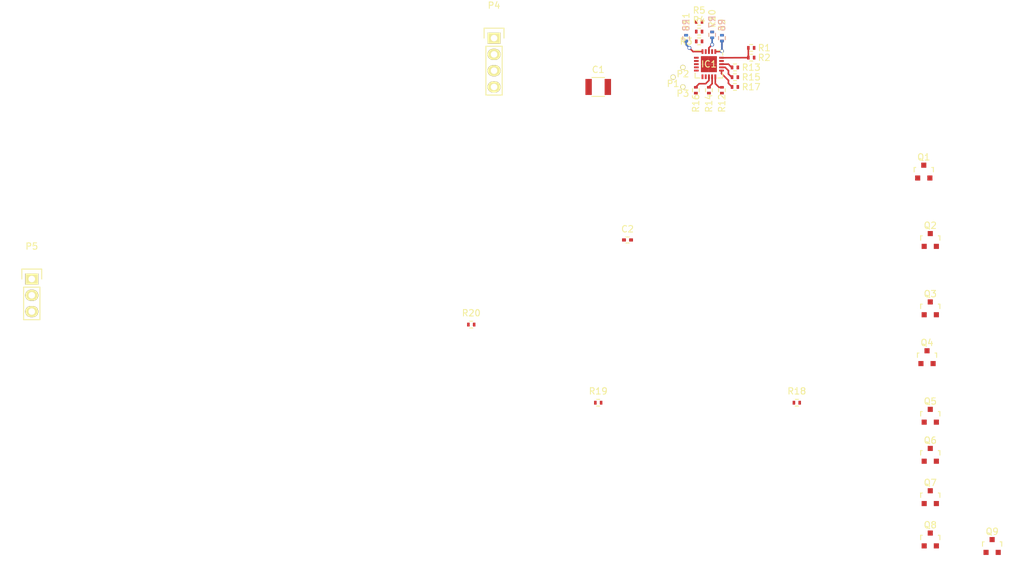
<source format=kicad_pcb>
(kicad_pcb (version 4) (host pcbnew 0.201505300414+5690~23~ubuntu14.04.1-product)

  (general
    (links 72)
    (no_connects 58)
    (area 0 0 0 0)
    (thickness 1.6)
    (drawings 0)
    (tracks 45)
    (zones 0)
    (modules 37)
    (nets 34)
  )

  (page A4)
  (layers
    (0 F.Cu signal)
    (31 B.Cu signal)
    (32 B.Adhes user)
    (33 F.Adhes user)
    (34 B.Paste user)
    (35 F.Paste user)
    (36 B.SilkS user)
    (37 F.SilkS user)
    (38 B.Mask user)
    (39 F.Mask user)
    (40 Dwgs.User user)
    (41 Cmts.User user)
    (42 Eco1.User user)
    (43 Eco2.User user)
    (44 Edge.Cuts user)
    (45 Margin user)
    (46 B.CrtYd user)
    (47 F.CrtYd user)
    (48 B.Fab user)
    (49 F.Fab user)
  )

  (setup
    (last_trace_width 0.25)
    (trace_clearance 0.2)
    (zone_clearance 0.508)
    (zone_45_only no)
    (trace_min 0.2)
    (segment_width 0.2)
    (edge_width 0.1)
    (via_size 0.6)
    (via_drill 0.4)
    (via_min_size 0.4)
    (via_min_drill 0.3)
    (uvia_size 0.3)
    (uvia_drill 0.1)
    (uvias_allowed no)
    (uvia_min_size 0.2)
    (uvia_min_drill 0.1)
    (pcb_text_width 0.3)
    (pcb_text_size 1.5 1.5)
    (mod_edge_width 0.15)
    (mod_text_size 1 1)
    (mod_text_width 0.15)
    (pad_size 1.5 1.5)
    (pad_drill 0.6)
    (pad_to_mask_clearance 0)
    (aux_axis_origin 0 0)
    (visible_elements FFFFFF7F)
    (pcbplotparams
      (layerselection 0x00030_80000001)
      (usegerberextensions false)
      (excludeedgelayer true)
      (linewidth 0.100000)
      (plotframeref false)
      (viasonmask false)
      (mode 1)
      (useauxorigin false)
      (hpglpennumber 1)
      (hpglpenspeed 20)
      (hpglpendiameter 15)
      (hpglpenoverlay 2)
      (psnegative false)
      (psa4output false)
      (plotreference true)
      (plotvalue true)
      (plotinvisibletext false)
      (padsonsilk false)
      (subtractmaskfromsilk false)
      (outputformat 1)
      (mirror false)
      (drillshape 1)
      (scaleselection 1)
      (outputdirectory ""))
  )

  (net 0 "")
  (net 1 VCC)
  (net 2 GND)
  (net 3 +3V3)
  (net 4 "Net-(IC1-Pad1)")
  (net 5 "Net-(IC1-Pad4)")
  (net 6 "Net-(IC1-Pad5)")
  (net 7 "Net-(IC1-Pad6)")
  (net 8 "Net-(IC1-Pad7)")
  (net 9 "Net-(IC1-Pad8)")
  (net 10 "Net-(IC1-Pad9)")
  (net 11 "Net-(IC1-Pad10)")
  (net 12 "Net-(IC1-Pad11)")
  (net 13 "Net-(IC1-Pad12)")
  (net 14 "Net-(IC1-Pad13)")
  (net 15 /PWM_IN)
  (net 16 "Net-(IC1-Pad15)")
  (net 17 "Net-(IC1-Pad16)")
  (net 18 "Net-(IC1-Pad17)")
  (net 19 "Net-(IC1-Pad18)")
  (net 20 "Net-(IC1-Pad19)")
  (net 21 "Net-(IC1-Pad20)")
  (net 22 "Net-(Q1-Pad2)")
  (net 23 "Net-(Q1-Pad3)")
  (net 24 "Net-(Q2-Pad2)")
  (net 25 "Net-(Q2-Pad3)")
  (net 26 "Net-(Q3-Pad2)")
  (net 27 "Net-(Q3-Pad3)")
  (net 28 "Net-(P5-Pad1)")
  (net 29 "Net-(Q5-Pad1)")
  (net 30 "Net-(P5-Pad2)")
  (net 31 "Net-(Q7-Pad1)")
  (net 32 "Net-(P5-Pad3)")
  (net 33 "Net-(Q9-Pad1)")

  (net_class Default "This is the default net class."
    (clearance 0.2)
    (trace_width 0.25)
    (via_dia 0.6)
    (via_drill 0.4)
    (uvia_dia 0.3)
    (uvia_drill 0.1)
    (add_net +3V3)
    (add_net /PWM_IN)
    (add_net GND)
    (add_net "Net-(IC1-Pad1)")
    (add_net "Net-(IC1-Pad10)")
    (add_net "Net-(IC1-Pad11)")
    (add_net "Net-(IC1-Pad12)")
    (add_net "Net-(IC1-Pad13)")
    (add_net "Net-(IC1-Pad15)")
    (add_net "Net-(IC1-Pad16)")
    (add_net "Net-(IC1-Pad17)")
    (add_net "Net-(IC1-Pad18)")
    (add_net "Net-(IC1-Pad19)")
    (add_net "Net-(IC1-Pad20)")
    (add_net "Net-(IC1-Pad4)")
    (add_net "Net-(IC1-Pad5)")
    (add_net "Net-(IC1-Pad6)")
    (add_net "Net-(IC1-Pad7)")
    (add_net "Net-(IC1-Pad8)")
    (add_net "Net-(IC1-Pad9)")
    (add_net "Net-(P5-Pad1)")
    (add_net "Net-(P5-Pad2)")
    (add_net "Net-(P5-Pad3)")
    (add_net "Net-(Q1-Pad2)")
    (add_net "Net-(Q1-Pad3)")
    (add_net "Net-(Q2-Pad2)")
    (add_net "Net-(Q2-Pad3)")
    (add_net "Net-(Q3-Pad2)")
    (add_net "Net-(Q3-Pad3)")
    (add_net "Net-(Q5-Pad1)")
    (add_net "Net-(Q7-Pad1)")
    (add_net "Net-(Q9-Pad1)")
    (add_net VCC)
  )

  (module Capacitors_SMD:C_1210 (layer F.Cu) (tedit 5415D85D) (tstamp 558A37B6)
    (at 130.556 87.376)
    (descr "Capacitor SMD 1210, reflow soldering, AVX (see smccp.pdf)")
    (tags "capacitor 1210")
    (path /558A1CD7)
    (attr smd)
    (fp_text reference C1 (at 0 -2.7) (layer F.SilkS)
      (effects (font (size 1 1) (thickness 0.15)))
    )
    (fp_text value 47u (at 0 2.7) (layer F.Fab)
      (effects (font (size 1 1) (thickness 0.15)))
    )
    (fp_line (start -2.3 -1.6) (end 2.3 -1.6) (layer F.CrtYd) (width 0.05))
    (fp_line (start -2.3 1.6) (end 2.3 1.6) (layer F.CrtYd) (width 0.05))
    (fp_line (start -2.3 -1.6) (end -2.3 1.6) (layer F.CrtYd) (width 0.05))
    (fp_line (start 2.3 -1.6) (end 2.3 1.6) (layer F.CrtYd) (width 0.05))
    (fp_line (start 1 -1.475) (end -1 -1.475) (layer F.SilkS) (width 0.15))
    (fp_line (start -1 1.475) (end 1 1.475) (layer F.SilkS) (width 0.15))
    (pad 1 smd rect (at -1.5 0) (size 1 2.5) (layers F.Cu F.Paste F.Mask)
      (net 1 VCC))
    (pad 2 smd rect (at 1.5 0) (size 1 2.5) (layers F.Cu F.Paste F.Mask)
      (net 2 GND))
    (model Capacitors_SMD.3dshapes/C_1210.wrl
      (at (xyz 0 0 0))
      (scale (xyz 1 1 1))
      (rotate (xyz 0 0 0))
    )
  )

  (module Capacitors_SMD:C_0402 (layer F.Cu) (tedit 5415D599) (tstamp 558A37C2)
    (at 135.128 111.252)
    (descr "Capacitor SMD 0402, reflow soldering, AVX (see smccp.pdf)")
    (tags "capacitor 0402")
    (path /55893184)
    (attr smd)
    (fp_text reference C2 (at 0 -1.7) (layer F.SilkS)
      (effects (font (size 1 1) (thickness 0.15)))
    )
    (fp_text value 100n (at 0 1.7) (layer F.Fab)
      (effects (font (size 1 1) (thickness 0.15)))
    )
    (fp_line (start -1.15 -0.6) (end 1.15 -0.6) (layer F.CrtYd) (width 0.05))
    (fp_line (start -1.15 0.6) (end 1.15 0.6) (layer F.CrtYd) (width 0.05))
    (fp_line (start -1.15 -0.6) (end -1.15 0.6) (layer F.CrtYd) (width 0.05))
    (fp_line (start 1.15 -0.6) (end 1.15 0.6) (layer F.CrtYd) (width 0.05))
    (fp_line (start 0.25 -0.475) (end -0.25 -0.475) (layer F.SilkS) (width 0.15))
    (fp_line (start -0.25 0.475) (end 0.25 0.475) (layer F.SilkS) (width 0.15))
    (pad 1 smd rect (at -0.55 0) (size 0.6 0.5) (layers F.Cu F.Paste F.Mask)
      (net 3 +3V3))
    (pad 2 smd rect (at 0.55 0) (size 0.6 0.5) (layers F.Cu F.Paste F.Mask)
      (net 2 GND))
    (model Capacitors_SMD.3dshapes/C_0402.wrl
      (at (xyz 0 0 0))
      (scale (xyz 1 1 1))
      (rotate (xyz 0 0 0))
    )
  )

  (module Housings_DFN_QFN:QFN-20-1EP_4x4mm_Pitch0.5mm (layer F.Cu) (tedit 558A3A28) (tstamp 558A37E9)
    (at 147.828 83.82)
    (descr "20-Lead Plastic Quad Flat, No Lead Package (ML) - 4x4x0.9 mm Body [QFN]; (see Microchip Packaging Specification 00000049BS.pdf)")
    (tags "QFN 0.5")
    (path /55887407)
    (attr smd)
    (fp_text reference IC1 (at 0 0) (layer F.SilkS)
      (effects (font (size 1 1) (thickness 0.15)))
    )
    (fp_text value C8051F330/1 (at 0 3.33) (layer F.Fab) hide
      (effects (font (size 1 1) (thickness 0.15)))
    )
    (fp_line (start -2.6 -2.6) (end -2.6 2.6) (layer F.CrtYd) (width 0.05))
    (fp_line (start 2.6 -2.6) (end 2.6 2.6) (layer F.CrtYd) (width 0.05))
    (fp_line (start -2.6 -2.6) (end 2.6 -2.6) (layer F.CrtYd) (width 0.05))
    (fp_line (start -2.6 2.6) (end 2.6 2.6) (layer F.CrtYd) (width 0.05))
    (fp_line (start 2.15 -2.15) (end 2.15 -1.375) (layer F.SilkS) (width 0.15))
    (fp_line (start -2.15 2.15) (end -2.15 1.375) (layer F.SilkS) (width 0.15))
    (fp_line (start 2.15 2.15) (end 2.15 1.375) (layer F.SilkS) (width 0.15))
    (fp_line (start -2.15 -2.15) (end -1.375 -2.15) (layer F.SilkS) (width 0.15))
    (fp_line (start -2.15 2.15) (end -1.375 2.15) (layer F.SilkS) (width 0.15))
    (fp_line (start 2.15 2.15) (end 1.375 2.15) (layer F.SilkS) (width 0.15))
    (fp_line (start 2.15 -2.15) (end 1.375 -2.15) (layer F.SilkS) (width 0.15))
    (pad 1 smd rect (at -1.965 -1) (size 0.73 0.3) (layers F.Cu F.Paste F.Mask)
      (net 4 "Net-(IC1-Pad1)"))
    (pad 2 smd rect (at -1.965 -0.5) (size 0.73 0.3) (layers F.Cu F.Paste F.Mask)
      (net 2 GND))
    (pad 3 smd rect (at -1.965 0) (size 0.73 0.3) (layers F.Cu F.Paste F.Mask)
      (net 3 +3V3))
    (pad 4 smd rect (at -1.965 0.5) (size 0.73 0.3) (layers F.Cu F.Paste F.Mask)
      (net 5 "Net-(IC1-Pad4)"))
    (pad 5 smd rect (at -1.965 1) (size 0.73 0.3) (layers F.Cu F.Paste F.Mask)
      (net 6 "Net-(IC1-Pad5)"))
    (pad 6 smd rect (at -1 1.965 90) (size 0.73 0.3) (layers F.Cu F.Paste F.Mask)
      (net 7 "Net-(IC1-Pad6)"))
    (pad 7 smd rect (at -0.5 1.965 90) (size 0.73 0.3) (layers F.Cu F.Paste F.Mask)
      (net 8 "Net-(IC1-Pad7)"))
    (pad 8 smd rect (at 0 1.965 90) (size 0.73 0.3) (layers F.Cu F.Paste F.Mask)
      (net 9 "Net-(IC1-Pad8)"))
    (pad 9 smd rect (at 0.5 1.965 90) (size 0.73 0.3) (layers F.Cu F.Paste F.Mask)
      (net 10 "Net-(IC1-Pad9)"))
    (pad 10 smd rect (at 1 1.965 90) (size 0.73 0.3) (layers F.Cu F.Paste F.Mask)
      (net 11 "Net-(IC1-Pad10)"))
    (pad 11 smd rect (at 1.965 1) (size 0.73 0.3) (layers F.Cu F.Paste F.Mask)
      (net 12 "Net-(IC1-Pad11)"))
    (pad 12 smd rect (at 1.965 0.5) (size 0.73 0.3) (layers F.Cu F.Paste F.Mask)
      (net 13 "Net-(IC1-Pad12)"))
    (pad 13 smd rect (at 1.965 0) (size 0.73 0.3) (layers F.Cu F.Paste F.Mask)
      (net 14 "Net-(IC1-Pad13)"))
    (pad 14 smd rect (at 1.965 -0.5) (size 0.73 0.3) (layers F.Cu F.Paste F.Mask)
      (net 15 /PWM_IN))
    (pad 15 smd rect (at 1.965 -1) (size 0.73 0.3) (layers F.Cu F.Paste F.Mask)
      (net 16 "Net-(IC1-Pad15)"))
    (pad 16 smd rect (at 1 -1.965 90) (size 0.73 0.3) (layers F.Cu F.Paste F.Mask)
      (net 17 "Net-(IC1-Pad16)"))
    (pad 17 smd rect (at 0.5 -1.965 90) (size 0.73 0.3) (layers F.Cu F.Paste F.Mask)
      (net 18 "Net-(IC1-Pad17)"))
    (pad 18 smd rect (at 0 -1.965 90) (size 0.73 0.3) (layers F.Cu F.Paste F.Mask)
      (net 19 "Net-(IC1-Pad18)"))
    (pad 19 smd rect (at -0.5 -1.965 90) (size 0.73 0.3) (layers F.Cu F.Paste F.Mask)
      (net 20 "Net-(IC1-Pad19)"))
    (pad 20 smd rect (at -1 -1.965 90) (size 0.73 0.3) (layers F.Cu F.Paste F.Mask)
      (net 21 "Net-(IC1-Pad20)"))
    (pad 21 smd rect (at 0.625 0.625) (size 1.25 1.25) (layers F.Cu F.Paste F.Mask)
      (net 2 GND) (solder_paste_margin_ratio -0.2))
    (pad 21 smd rect (at 0.625 -0.625) (size 1.25 1.25) (layers F.Cu F.Paste F.Mask)
      (net 2 GND) (solder_paste_margin_ratio -0.2))
    (pad 21 smd rect (at -0.625 0.625) (size 1.25 1.25) (layers F.Cu F.Paste F.Mask)
      (net 2 GND) (solder_paste_margin_ratio -0.2))
    (pad 21 smd rect (at -0.625 -0.625) (size 1.25 1.25) (layers F.Cu F.Paste F.Mask)
      (net 2 GND) (solder_paste_margin_ratio -0.2))
    (model Housings_DFN_QFN.3dshapes/QFN-20-1EP_4x4mm_Pitch0.5mm.wrl
      (at (xyz 0 0 0))
      (scale (xyz 1 1 1))
      (rotate (xyz 0 0 0))
    )
  )

  (module Housings_SOT-23_SOT-143_TSOT-6:SOT-23 (layer F.Cu) (tedit 553634F8) (tstamp 558A37F9)
    (at 181.356 100.584)
    (descr "SOT-23, Standard")
    (tags SOT-23)
    (path /5588AD32)
    (attr smd)
    (fp_text reference Q1 (at 0 -2.25) (layer F.SilkS)
      (effects (font (size 1 1) (thickness 0.15)))
    )
    (fp_text value 2SC1941 (at 0 2.3) (layer F.Fab)
      (effects (font (size 1 1) (thickness 0.15)))
    )
    (fp_line (start -1.65 -1.6) (end 1.65 -1.6) (layer F.CrtYd) (width 0.05))
    (fp_line (start 1.65 -1.6) (end 1.65 1.6) (layer F.CrtYd) (width 0.05))
    (fp_line (start 1.65 1.6) (end -1.65 1.6) (layer F.CrtYd) (width 0.05))
    (fp_line (start -1.65 1.6) (end -1.65 -1.6) (layer F.CrtYd) (width 0.05))
    (fp_line (start 1.29916 -0.65024) (end 1.2509 -0.65024) (layer F.SilkS) (width 0.15))
    (fp_line (start -1.49982 0.0508) (end -1.49982 -0.65024) (layer F.SilkS) (width 0.15))
    (fp_line (start -1.49982 -0.65024) (end -1.2509 -0.65024) (layer F.SilkS) (width 0.15))
    (fp_line (start 1.29916 -0.65024) (end 1.49982 -0.65024) (layer F.SilkS) (width 0.15))
    (fp_line (start 1.49982 -0.65024) (end 1.49982 0.0508) (layer F.SilkS) (width 0.15))
    (pad 1 smd rect (at -0.95 1.00076) (size 0.8001 0.8001) (layers F.Cu F.Paste F.Mask)
      (net 2 GND))
    (pad 2 smd rect (at 0.95 1.00076) (size 0.8001 0.8001) (layers F.Cu F.Paste F.Mask)
      (net 22 "Net-(Q1-Pad2)"))
    (pad 3 smd rect (at 0 -0.99822) (size 0.8001 0.8001) (layers F.Cu F.Paste F.Mask)
      (net 23 "Net-(Q1-Pad3)"))
    (model Housings_SOT-23_SOT-143_TSOT-6.3dshapes/SOT-23.wrl
      (at (xyz 0 0 0))
      (scale (xyz 1 1 1))
      (rotate (xyz 0 0 0))
    )
  )

  (module Housings_SOT-23_SOT-143_TSOT-6:SOT-23 (layer F.Cu) (tedit 553634F8) (tstamp 558A3809)
    (at 182.372 111.252)
    (descr "SOT-23, Standard")
    (tags SOT-23)
    (path /5588B93A)
    (attr smd)
    (fp_text reference Q2 (at 0 -2.25) (layer F.SilkS)
      (effects (font (size 1 1) (thickness 0.15)))
    )
    (fp_text value 2SC1941 (at 0 2.3) (layer F.Fab)
      (effects (font (size 1 1) (thickness 0.15)))
    )
    (fp_line (start -1.65 -1.6) (end 1.65 -1.6) (layer F.CrtYd) (width 0.05))
    (fp_line (start 1.65 -1.6) (end 1.65 1.6) (layer F.CrtYd) (width 0.05))
    (fp_line (start 1.65 1.6) (end -1.65 1.6) (layer F.CrtYd) (width 0.05))
    (fp_line (start -1.65 1.6) (end -1.65 -1.6) (layer F.CrtYd) (width 0.05))
    (fp_line (start 1.29916 -0.65024) (end 1.2509 -0.65024) (layer F.SilkS) (width 0.15))
    (fp_line (start -1.49982 0.0508) (end -1.49982 -0.65024) (layer F.SilkS) (width 0.15))
    (fp_line (start -1.49982 -0.65024) (end -1.2509 -0.65024) (layer F.SilkS) (width 0.15))
    (fp_line (start 1.29916 -0.65024) (end 1.49982 -0.65024) (layer F.SilkS) (width 0.15))
    (fp_line (start 1.49982 -0.65024) (end 1.49982 0.0508) (layer F.SilkS) (width 0.15))
    (pad 1 smd rect (at -0.95 1.00076) (size 0.8001 0.8001) (layers F.Cu F.Paste F.Mask)
      (net 2 GND))
    (pad 2 smd rect (at 0.95 1.00076) (size 0.8001 0.8001) (layers F.Cu F.Paste F.Mask)
      (net 24 "Net-(Q2-Pad2)"))
    (pad 3 smd rect (at 0 -0.99822) (size 0.8001 0.8001) (layers F.Cu F.Paste F.Mask)
      (net 25 "Net-(Q2-Pad3)"))
    (model Housings_SOT-23_SOT-143_TSOT-6.3dshapes/SOT-23.wrl
      (at (xyz 0 0 0))
      (scale (xyz 1 1 1))
      (rotate (xyz 0 0 0))
    )
  )

  (module Housings_SOT-23_SOT-143_TSOT-6:SOT-23 (layer F.Cu) (tedit 553634F8) (tstamp 558A3819)
    (at 182.372 121.92)
    (descr "SOT-23, Standard")
    (tags SOT-23)
    (path /5588C8CD)
    (attr smd)
    (fp_text reference Q3 (at 0 -2.25) (layer F.SilkS)
      (effects (font (size 1 1) (thickness 0.15)))
    )
    (fp_text value 2SC1941 (at 0 2.3) (layer F.Fab)
      (effects (font (size 1 1) (thickness 0.15)))
    )
    (fp_line (start -1.65 -1.6) (end 1.65 -1.6) (layer F.CrtYd) (width 0.05))
    (fp_line (start 1.65 -1.6) (end 1.65 1.6) (layer F.CrtYd) (width 0.05))
    (fp_line (start 1.65 1.6) (end -1.65 1.6) (layer F.CrtYd) (width 0.05))
    (fp_line (start -1.65 1.6) (end -1.65 -1.6) (layer F.CrtYd) (width 0.05))
    (fp_line (start 1.29916 -0.65024) (end 1.2509 -0.65024) (layer F.SilkS) (width 0.15))
    (fp_line (start -1.49982 0.0508) (end -1.49982 -0.65024) (layer F.SilkS) (width 0.15))
    (fp_line (start -1.49982 -0.65024) (end -1.2509 -0.65024) (layer F.SilkS) (width 0.15))
    (fp_line (start 1.29916 -0.65024) (end 1.49982 -0.65024) (layer F.SilkS) (width 0.15))
    (fp_line (start 1.49982 -0.65024) (end 1.49982 0.0508) (layer F.SilkS) (width 0.15))
    (pad 1 smd rect (at -0.95 1.00076) (size 0.8001 0.8001) (layers F.Cu F.Paste F.Mask)
      (net 2 GND))
    (pad 2 smd rect (at 0.95 1.00076) (size 0.8001 0.8001) (layers F.Cu F.Paste F.Mask)
      (net 26 "Net-(Q3-Pad2)"))
    (pad 3 smd rect (at 0 -0.99822) (size 0.8001 0.8001) (layers F.Cu F.Paste F.Mask)
      (net 27 "Net-(Q3-Pad3)"))
    (model Housings_SOT-23_SOT-143_TSOT-6.3dshapes/SOT-23.wrl
      (at (xyz 0 0 0))
      (scale (xyz 1 1 1))
      (rotate (xyz 0 0 0))
    )
  )

  (module Housings_SOT-23_SOT-143_TSOT-6:SOT-23 (layer F.Cu) (tedit 553634F8) (tstamp 558A3829)
    (at 181.864 129.54)
    (descr "SOT-23, Standard")
    (tags SOT-23)
    (path /5588AD2C)
    (attr smd)
    (fp_text reference Q4 (at 0 -2.25) (layer F.SilkS)
      (effects (font (size 1 1) (thickness 0.15)))
    )
    (fp_text value Q_PMOS_GDS (at 0 2.3) (layer F.Fab)
      (effects (font (size 1 1) (thickness 0.15)))
    )
    (fp_line (start -1.65 -1.6) (end 1.65 -1.6) (layer F.CrtYd) (width 0.05))
    (fp_line (start 1.65 -1.6) (end 1.65 1.6) (layer F.CrtYd) (width 0.05))
    (fp_line (start 1.65 1.6) (end -1.65 1.6) (layer F.CrtYd) (width 0.05))
    (fp_line (start -1.65 1.6) (end -1.65 -1.6) (layer F.CrtYd) (width 0.05))
    (fp_line (start 1.29916 -0.65024) (end 1.2509 -0.65024) (layer F.SilkS) (width 0.15))
    (fp_line (start -1.49982 0.0508) (end -1.49982 -0.65024) (layer F.SilkS) (width 0.15))
    (fp_line (start -1.49982 -0.65024) (end -1.2509 -0.65024) (layer F.SilkS) (width 0.15))
    (fp_line (start 1.29916 -0.65024) (end 1.49982 -0.65024) (layer F.SilkS) (width 0.15))
    (fp_line (start 1.49982 -0.65024) (end 1.49982 0.0508) (layer F.SilkS) (width 0.15))
    (pad 1 smd rect (at -0.95 1.00076) (size 0.8001 0.8001) (layers F.Cu F.Paste F.Mask)
      (net 22 "Net-(Q1-Pad2)"))
    (pad 2 smd rect (at 0.95 1.00076) (size 0.8001 0.8001) (layers F.Cu F.Paste F.Mask)
      (net 28 "Net-(P5-Pad1)"))
    (pad 3 smd rect (at 0 -0.99822) (size 0.8001 0.8001) (layers F.Cu F.Paste F.Mask)
      (net 1 VCC))
    (model Housings_SOT-23_SOT-143_TSOT-6.3dshapes/SOT-23.wrl
      (at (xyz 0 0 0))
      (scale (xyz 1 1 1))
      (rotate (xyz 0 0 0))
    )
  )

  (module Housings_SOT-23_SOT-143_TSOT-6:SOT-23 (layer F.Cu) (tedit 553634F8) (tstamp 558A3839)
    (at 182.372 138.684)
    (descr "SOT-23, Standard")
    (tags SOT-23)
    (path /5588AD26)
    (attr smd)
    (fp_text reference Q5 (at 0 -2.25) (layer F.SilkS)
      (effects (font (size 1 1) (thickness 0.15)))
    )
    (fp_text value Q_NMOS_GSD (at 0 2.3) (layer F.Fab)
      (effects (font (size 1 1) (thickness 0.15)))
    )
    (fp_line (start -1.65 -1.6) (end 1.65 -1.6) (layer F.CrtYd) (width 0.05))
    (fp_line (start 1.65 -1.6) (end 1.65 1.6) (layer F.CrtYd) (width 0.05))
    (fp_line (start 1.65 1.6) (end -1.65 1.6) (layer F.CrtYd) (width 0.05))
    (fp_line (start -1.65 1.6) (end -1.65 -1.6) (layer F.CrtYd) (width 0.05))
    (fp_line (start 1.29916 -0.65024) (end 1.2509 -0.65024) (layer F.SilkS) (width 0.15))
    (fp_line (start -1.49982 0.0508) (end -1.49982 -0.65024) (layer F.SilkS) (width 0.15))
    (fp_line (start -1.49982 -0.65024) (end -1.2509 -0.65024) (layer F.SilkS) (width 0.15))
    (fp_line (start 1.29916 -0.65024) (end 1.49982 -0.65024) (layer F.SilkS) (width 0.15))
    (fp_line (start 1.49982 -0.65024) (end 1.49982 0.0508) (layer F.SilkS) (width 0.15))
    (pad 1 smd rect (at -0.95 1.00076) (size 0.8001 0.8001) (layers F.Cu F.Paste F.Mask)
      (net 29 "Net-(Q5-Pad1)"))
    (pad 2 smd rect (at 0.95 1.00076) (size 0.8001 0.8001) (layers F.Cu F.Paste F.Mask)
      (net 2 GND))
    (pad 3 smd rect (at 0 -0.99822) (size 0.8001 0.8001) (layers F.Cu F.Paste F.Mask)
      (net 28 "Net-(P5-Pad1)"))
    (model Housings_SOT-23_SOT-143_TSOT-6.3dshapes/SOT-23.wrl
      (at (xyz 0 0 0))
      (scale (xyz 1 1 1))
      (rotate (xyz 0 0 0))
    )
  )

  (module Housings_SOT-23_SOT-143_TSOT-6:SOT-23 (layer F.Cu) (tedit 553634F8) (tstamp 558A3849)
    (at 182.372 144.78)
    (descr "SOT-23, Standard")
    (tags SOT-23)
    (path /5588B87C)
    (attr smd)
    (fp_text reference Q6 (at 0 -2.25) (layer F.SilkS)
      (effects (font (size 1 1) (thickness 0.15)))
    )
    (fp_text value Q_PMOS_GDS (at 0 2.3) (layer F.Fab)
      (effects (font (size 1 1) (thickness 0.15)))
    )
    (fp_line (start -1.65 -1.6) (end 1.65 -1.6) (layer F.CrtYd) (width 0.05))
    (fp_line (start 1.65 -1.6) (end 1.65 1.6) (layer F.CrtYd) (width 0.05))
    (fp_line (start 1.65 1.6) (end -1.65 1.6) (layer F.CrtYd) (width 0.05))
    (fp_line (start -1.65 1.6) (end -1.65 -1.6) (layer F.CrtYd) (width 0.05))
    (fp_line (start 1.29916 -0.65024) (end 1.2509 -0.65024) (layer F.SilkS) (width 0.15))
    (fp_line (start -1.49982 0.0508) (end -1.49982 -0.65024) (layer F.SilkS) (width 0.15))
    (fp_line (start -1.49982 -0.65024) (end -1.2509 -0.65024) (layer F.SilkS) (width 0.15))
    (fp_line (start 1.29916 -0.65024) (end 1.49982 -0.65024) (layer F.SilkS) (width 0.15))
    (fp_line (start 1.49982 -0.65024) (end 1.49982 0.0508) (layer F.SilkS) (width 0.15))
    (pad 1 smd rect (at -0.95 1.00076) (size 0.8001 0.8001) (layers F.Cu F.Paste F.Mask)
      (net 24 "Net-(Q2-Pad2)"))
    (pad 2 smd rect (at 0.95 1.00076) (size 0.8001 0.8001) (layers F.Cu F.Paste F.Mask)
      (net 30 "Net-(P5-Pad2)"))
    (pad 3 smd rect (at 0 -0.99822) (size 0.8001 0.8001) (layers F.Cu F.Paste F.Mask)
      (net 1 VCC))
    (model Housings_SOT-23_SOT-143_TSOT-6.3dshapes/SOT-23.wrl
      (at (xyz 0 0 0))
      (scale (xyz 1 1 1))
      (rotate (xyz 0 0 0))
    )
  )

  (module Housings_SOT-23_SOT-143_TSOT-6:SOT-23 (layer F.Cu) (tedit 553634F8) (tstamp 558A3859)
    (at 182.372 151.384)
    (descr "SOT-23, Standard")
    (tags SOT-23)
    (path /5588B8F9)
    (attr smd)
    (fp_text reference Q7 (at 0 -2.25) (layer F.SilkS)
      (effects (font (size 1 1) (thickness 0.15)))
    )
    (fp_text value Q_NMOS_GSD (at 0 2.3) (layer F.Fab)
      (effects (font (size 1 1) (thickness 0.15)))
    )
    (fp_line (start -1.65 -1.6) (end 1.65 -1.6) (layer F.CrtYd) (width 0.05))
    (fp_line (start 1.65 -1.6) (end 1.65 1.6) (layer F.CrtYd) (width 0.05))
    (fp_line (start 1.65 1.6) (end -1.65 1.6) (layer F.CrtYd) (width 0.05))
    (fp_line (start -1.65 1.6) (end -1.65 -1.6) (layer F.CrtYd) (width 0.05))
    (fp_line (start 1.29916 -0.65024) (end 1.2509 -0.65024) (layer F.SilkS) (width 0.15))
    (fp_line (start -1.49982 0.0508) (end -1.49982 -0.65024) (layer F.SilkS) (width 0.15))
    (fp_line (start -1.49982 -0.65024) (end -1.2509 -0.65024) (layer F.SilkS) (width 0.15))
    (fp_line (start 1.29916 -0.65024) (end 1.49982 -0.65024) (layer F.SilkS) (width 0.15))
    (fp_line (start 1.49982 -0.65024) (end 1.49982 0.0508) (layer F.SilkS) (width 0.15))
    (pad 1 smd rect (at -0.95 1.00076) (size 0.8001 0.8001) (layers F.Cu F.Paste F.Mask)
      (net 31 "Net-(Q7-Pad1)"))
    (pad 2 smd rect (at 0.95 1.00076) (size 0.8001 0.8001) (layers F.Cu F.Paste F.Mask)
      (net 2 GND))
    (pad 3 smd rect (at 0 -0.99822) (size 0.8001 0.8001) (layers F.Cu F.Paste F.Mask)
      (net 30 "Net-(P5-Pad2)"))
    (model Housings_SOT-23_SOT-143_TSOT-6.3dshapes/SOT-23.wrl
      (at (xyz 0 0 0))
      (scale (xyz 1 1 1))
      (rotate (xyz 0 0 0))
    )
  )

  (module Housings_SOT-23_SOT-143_TSOT-6:SOT-23 (layer F.Cu) (tedit 553634F8) (tstamp 558A3869)
    (at 182.372 157.988)
    (descr "SOT-23, Standard")
    (tags SOT-23)
    (path /5588C5BA)
    (attr smd)
    (fp_text reference Q8 (at 0 -2.25) (layer F.SilkS)
      (effects (font (size 1 1) (thickness 0.15)))
    )
    (fp_text value Q_PMOS_GDS (at 0 2.3) (layer F.Fab)
      (effects (font (size 1 1) (thickness 0.15)))
    )
    (fp_line (start -1.65 -1.6) (end 1.65 -1.6) (layer F.CrtYd) (width 0.05))
    (fp_line (start 1.65 -1.6) (end 1.65 1.6) (layer F.CrtYd) (width 0.05))
    (fp_line (start 1.65 1.6) (end -1.65 1.6) (layer F.CrtYd) (width 0.05))
    (fp_line (start -1.65 1.6) (end -1.65 -1.6) (layer F.CrtYd) (width 0.05))
    (fp_line (start 1.29916 -0.65024) (end 1.2509 -0.65024) (layer F.SilkS) (width 0.15))
    (fp_line (start -1.49982 0.0508) (end -1.49982 -0.65024) (layer F.SilkS) (width 0.15))
    (fp_line (start -1.49982 -0.65024) (end -1.2509 -0.65024) (layer F.SilkS) (width 0.15))
    (fp_line (start 1.29916 -0.65024) (end 1.49982 -0.65024) (layer F.SilkS) (width 0.15))
    (fp_line (start 1.49982 -0.65024) (end 1.49982 0.0508) (layer F.SilkS) (width 0.15))
    (pad 1 smd rect (at -0.95 1.00076) (size 0.8001 0.8001) (layers F.Cu F.Paste F.Mask)
      (net 26 "Net-(Q3-Pad2)"))
    (pad 2 smd rect (at 0.95 1.00076) (size 0.8001 0.8001) (layers F.Cu F.Paste F.Mask)
      (net 32 "Net-(P5-Pad3)"))
    (pad 3 smd rect (at 0 -0.99822) (size 0.8001 0.8001) (layers F.Cu F.Paste F.Mask)
      (net 1 VCC))
    (model Housings_SOT-23_SOT-143_TSOT-6.3dshapes/SOT-23.wrl
      (at (xyz 0 0 0))
      (scale (xyz 1 1 1))
      (rotate (xyz 0 0 0))
    )
  )

  (module Housings_SOT-23_SOT-143_TSOT-6:SOT-23 (layer F.Cu) (tedit 553634F8) (tstamp 558A3879)
    (at 192.024 159.004)
    (descr "SOT-23, Standard")
    (tags SOT-23)
    (path /5588C683)
    (attr smd)
    (fp_text reference Q9 (at 0 -2.25) (layer F.SilkS)
      (effects (font (size 1 1) (thickness 0.15)))
    )
    (fp_text value Q_NMOS_GSD (at 0 2.3) (layer F.Fab)
      (effects (font (size 1 1) (thickness 0.15)))
    )
    (fp_line (start -1.65 -1.6) (end 1.65 -1.6) (layer F.CrtYd) (width 0.05))
    (fp_line (start 1.65 -1.6) (end 1.65 1.6) (layer F.CrtYd) (width 0.05))
    (fp_line (start 1.65 1.6) (end -1.65 1.6) (layer F.CrtYd) (width 0.05))
    (fp_line (start -1.65 1.6) (end -1.65 -1.6) (layer F.CrtYd) (width 0.05))
    (fp_line (start 1.29916 -0.65024) (end 1.2509 -0.65024) (layer F.SilkS) (width 0.15))
    (fp_line (start -1.49982 0.0508) (end -1.49982 -0.65024) (layer F.SilkS) (width 0.15))
    (fp_line (start -1.49982 -0.65024) (end -1.2509 -0.65024) (layer F.SilkS) (width 0.15))
    (fp_line (start 1.29916 -0.65024) (end 1.49982 -0.65024) (layer F.SilkS) (width 0.15))
    (fp_line (start 1.49982 -0.65024) (end 1.49982 0.0508) (layer F.SilkS) (width 0.15))
    (pad 1 smd rect (at -0.95 1.00076) (size 0.8001 0.8001) (layers F.Cu F.Paste F.Mask)
      (net 33 "Net-(Q9-Pad1)"))
    (pad 2 smd rect (at 0.95 1.00076) (size 0.8001 0.8001) (layers F.Cu F.Paste F.Mask)
      (net 2 GND))
    (pad 3 smd rect (at 0 -0.99822) (size 0.8001 0.8001) (layers F.Cu F.Paste F.Mask)
      (net 32 "Net-(P5-Pad3)"))
    (model Housings_SOT-23_SOT-143_TSOT-6.3dshapes/SOT-23.wrl
      (at (xyz 0 0 0))
      (scale (xyz 1 1 1))
      (rotate (xyz 0 0 0))
    )
  )

  (module Resistors_SMD:R_0402 (layer F.Cu) (tedit 558A3A39) (tstamp 558A3885)
    (at 154.432 81.28 180)
    (descr "Resistor SMD 0402, reflow soldering, Vishay (see dcrcw.pdf)")
    (tags "resistor 0402")
    (path /558911EF)
    (attr smd)
    (fp_text reference R1 (at -2.032 0 180) (layer F.SilkS)
      (effects (font (size 1 1) (thickness 0.15)))
    )
    (fp_text value 2k (at 0 1.8 180) (layer F.Fab) hide
      (effects (font (size 1 1) (thickness 0.15)))
    )
    (fp_line (start -0.95 -0.65) (end 0.95 -0.65) (layer F.CrtYd) (width 0.05))
    (fp_line (start -0.95 0.65) (end 0.95 0.65) (layer F.CrtYd) (width 0.05))
    (fp_line (start -0.95 -0.65) (end -0.95 0.65) (layer F.CrtYd) (width 0.05))
    (fp_line (start 0.95 -0.65) (end 0.95 0.65) (layer F.CrtYd) (width 0.05))
    (fp_line (start 0.25 -0.525) (end -0.25 -0.525) (layer F.SilkS) (width 0.15))
    (fp_line (start -0.25 0.525) (end 0.25 0.525) (layer F.SilkS) (width 0.15))
    (pad 1 smd rect (at -0.45 0 180) (size 0.4 0.6) (layers F.Cu F.Paste F.Mask)
      (net 3 +3V3))
    (pad 2 smd rect (at 0.45 0 180) (size 0.4 0.6) (layers F.Cu F.Paste F.Mask)
      (net 16 "Net-(IC1-Pad15)"))
    (model Resistors_SMD.3dshapes/R_0402.wrl
      (at (xyz 0 0 0))
      (scale (xyz 1 1 1))
      (rotate (xyz 0 0 0))
    )
  )

  (module Resistors_SMD:R_0402 (layer F.Cu) (tedit 558A3A35) (tstamp 558A3891)
    (at 154.432 82.804)
    (descr "Resistor SMD 0402, reflow soldering, Vishay (see dcrcw.pdf)")
    (tags "resistor 0402")
    (path /558916F2)
    (attr smd)
    (fp_text reference R2 (at 2.032 0) (layer F.SilkS)
      (effects (font (size 1 1) (thickness 0.15)))
    )
    (fp_text value 1k (at 0 1.8) (layer F.Fab) hide
      (effects (font (size 1 1) (thickness 0.15)))
    )
    (fp_line (start -0.95 -0.65) (end 0.95 -0.65) (layer F.CrtYd) (width 0.05))
    (fp_line (start -0.95 0.65) (end 0.95 0.65) (layer F.CrtYd) (width 0.05))
    (fp_line (start -0.95 -0.65) (end -0.95 0.65) (layer F.CrtYd) (width 0.05))
    (fp_line (start 0.95 -0.65) (end 0.95 0.65) (layer F.CrtYd) (width 0.05))
    (fp_line (start 0.25 -0.525) (end -0.25 -0.525) (layer F.SilkS) (width 0.15))
    (fp_line (start -0.25 0.525) (end 0.25 0.525) (layer F.SilkS) (width 0.15))
    (pad 1 smd rect (at -0.45 0) (size 0.4 0.6) (layers F.Cu F.Paste F.Mask)
      (net 16 "Net-(IC1-Pad15)"))
    (pad 2 smd rect (at 0.45 0) (size 0.4 0.6) (layers F.Cu F.Paste F.Mask)
      (net 2 GND))
    (model Resistors_SMD.3dshapes/R_0402.wrl
      (at (xyz 0 0 0))
      (scale (xyz 1 1 1))
      (rotate (xyz 0 0 0))
    )
  )

  (module Resistors_SMD:R_0402 (layer F.Cu) (tedit 558A3A1E) (tstamp 558A389D)
    (at 146.304 80.264)
    (descr "Resistor SMD 0402, reflow soldering, Vishay (see dcrcw.pdf)")
    (tags "resistor 0402")
    (path /5588FA4D)
    (attr smd)
    (fp_text reference R3 (at -2.032 0) (layer F.SilkS)
      (effects (font (size 1 1) (thickness 0.15)))
    )
    (fp_text value 47k (at 0 1.8) (layer F.Fab) hide
      (effects (font (size 1 1) (thickness 0.15)))
    )
    (fp_line (start -0.95 -0.65) (end 0.95 -0.65) (layer F.CrtYd) (width 0.05))
    (fp_line (start -0.95 0.65) (end 0.95 0.65) (layer F.CrtYd) (width 0.05))
    (fp_line (start -0.95 -0.65) (end -0.95 0.65) (layer F.CrtYd) (width 0.05))
    (fp_line (start 0.95 -0.65) (end 0.95 0.65) (layer F.CrtYd) (width 0.05))
    (fp_line (start 0.25 -0.525) (end -0.25 -0.525) (layer F.SilkS) (width 0.15))
    (fp_line (start -0.25 0.525) (end 0.25 0.525) (layer F.SilkS) (width 0.15))
    (pad 1 smd rect (at -0.45 0) (size 0.4 0.6) (layers F.Cu F.Paste F.Mask)
      (net 17 "Net-(IC1-Pad16)"))
    (pad 2 smd rect (at 0.45 0) (size 0.4 0.6) (layers F.Cu F.Paste F.Mask)
      (net 20 "Net-(IC1-Pad19)"))
    (model Resistors_SMD.3dshapes/R_0402.wrl
      (at (xyz 0 0 0))
      (scale (xyz 1 1 1))
      (rotate (xyz 0 0 0))
    )
  )

  (module Resistors_SMD:R_0402 (layer F.Cu) (tedit 558A3FD9) (tstamp 558A38A9)
    (at 146.304 78.74)
    (descr "Resistor SMD 0402, reflow soldering, Vishay (see dcrcw.pdf)")
    (tags "resistor 0402")
    (path /5588FAE9)
    (attr smd)
    (fp_text reference R4 (at 0 -1.8) (layer F.SilkS)
      (effects (font (size 1 1) (thickness 0.15)))
    )
    (fp_text value 47k (at 0 1.8) (layer F.Fab) hide
      (effects (font (size 1 1) (thickness 0.15)))
    )
    (fp_line (start -0.95 -0.65) (end 0.95 -0.65) (layer F.CrtYd) (width 0.05))
    (fp_line (start -0.95 0.65) (end 0.95 0.65) (layer F.CrtYd) (width 0.05))
    (fp_line (start -0.95 -0.65) (end -0.95 0.65) (layer F.CrtYd) (width 0.05))
    (fp_line (start 0.95 -0.65) (end 0.95 0.65) (layer F.CrtYd) (width 0.05))
    (fp_line (start 0.25 -0.525) (end -0.25 -0.525) (layer F.SilkS) (width 0.15))
    (fp_line (start -0.25 0.525) (end 0.25 0.525) (layer F.SilkS) (width 0.15))
    (pad 1 smd rect (at -0.45 0) (size 0.4 0.6) (layers F.Cu F.Paste F.Mask)
      (net 19 "Net-(IC1-Pad18)"))
    (pad 2 smd rect (at 0.45 0) (size 0.4 0.6) (layers F.Cu F.Paste F.Mask)
      (net 20 "Net-(IC1-Pad19)"))
    (model Resistors_SMD.3dshapes/R_0402.wrl
      (at (xyz 0 0 0))
      (scale (xyz 1 1 1))
      (rotate (xyz 0 0 0))
    )
  )

  (module Resistors_SMD:R_0402 (layer F.Cu) (tedit 558A3FD5) (tstamp 558A38B5)
    (at 146.304 77.216)
    (descr "Resistor SMD 0402, reflow soldering, Vishay (see dcrcw.pdf)")
    (tags "resistor 0402")
    (path /5588FBAE)
    (attr smd)
    (fp_text reference R5 (at 0 -1.8) (layer F.SilkS)
      (effects (font (size 1 1) (thickness 0.15)))
    )
    (fp_text value 47k (at 0 1.8) (layer F.Fab) hide
      (effects (font (size 1 1) (thickness 0.15)))
    )
    (fp_line (start -0.95 -0.65) (end 0.95 -0.65) (layer F.CrtYd) (width 0.05))
    (fp_line (start -0.95 0.65) (end 0.95 0.65) (layer F.CrtYd) (width 0.05))
    (fp_line (start -0.95 -0.65) (end -0.95 0.65) (layer F.CrtYd) (width 0.05))
    (fp_line (start 0.95 -0.65) (end 0.95 0.65) (layer F.CrtYd) (width 0.05))
    (fp_line (start 0.25 -0.525) (end -0.25 -0.525) (layer F.SilkS) (width 0.15))
    (fp_line (start -0.25 0.525) (end 0.25 0.525) (layer F.SilkS) (width 0.15))
    (pad 1 smd rect (at -0.45 0) (size 0.4 0.6) (layers F.Cu F.Paste F.Mask)
      (net 21 "Net-(IC1-Pad20)"))
    (pad 2 smd rect (at 0.45 0) (size 0.4 0.6) (layers F.Cu F.Paste F.Mask)
      (net 20 "Net-(IC1-Pad19)"))
    (model Resistors_SMD.3dshapes/R_0402.wrl
      (at (xyz 0 0 0))
      (scale (xyz 1 1 1))
      (rotate (xyz 0 0 0))
    )
  )

  (module Resistors_SMD:R_0402 (layer B.Cu) (tedit 558A3F35) (tstamp 558A38C1)
    (at 149.86 79.756 90)
    (descr "Resistor SMD 0402, reflow soldering, Vishay (see dcrcw.pdf)")
    (tags "resistor 0402")
    (path /5588F6D6)
    (attr smd)
    (fp_text reference R6 (at 2.032 0 90) (layer B.SilkS)
      (effects (font (size 1 1) (thickness 0.15)) (justify mirror))
    )
    (fp_text value 10k (at 0 -1.8 90) (layer B.Fab) hide
      (effects (font (size 1 1) (thickness 0.15)) (justify mirror))
    )
    (fp_line (start -0.95 0.65) (end 0.95 0.65) (layer B.CrtYd) (width 0.05))
    (fp_line (start -0.95 -0.65) (end 0.95 -0.65) (layer B.CrtYd) (width 0.05))
    (fp_line (start -0.95 0.65) (end -0.95 -0.65) (layer B.CrtYd) (width 0.05))
    (fp_line (start 0.95 0.65) (end 0.95 -0.65) (layer B.CrtYd) (width 0.05))
    (fp_line (start 0.25 0.525) (end -0.25 0.525) (layer B.SilkS) (width 0.15))
    (fp_line (start -0.25 -0.525) (end 0.25 -0.525) (layer B.SilkS) (width 0.15))
    (pad 1 smd rect (at -0.45 0 90) (size 0.4 0.6) (layers B.Cu B.Paste B.Mask)
      (net 17 "Net-(IC1-Pad16)"))
    (pad 2 smd rect (at 0.45 0 90) (size 0.4 0.6) (layers B.Cu B.Paste B.Mask)
      (net 2 GND))
    (model Resistors_SMD.3dshapes/R_0402.wrl
      (at (xyz 0 0 0))
      (scale (xyz 1 1 1))
      (rotate (xyz 0 0 0))
    )
  )

  (module Resistors_SMD:R_0402 (layer B.Cu) (tedit 558A3F3C) (tstamp 558A38CD)
    (at 148.336 79.248 90)
    (descr "Resistor SMD 0402, reflow soldering, Vishay (see dcrcw.pdf)")
    (tags "resistor 0402")
    (path /5588F601)
    (attr smd)
    (fp_text reference R7 (at 2.032 0 90) (layer B.SilkS)
      (effects (font (size 1 1) (thickness 0.15)) (justify mirror))
    )
    (fp_text value 10k (at 0 -1.8 90) (layer B.Fab) hide
      (effects (font (size 1 1) (thickness 0.15)) (justify mirror))
    )
    (fp_line (start -0.95 0.65) (end 0.95 0.65) (layer B.CrtYd) (width 0.05))
    (fp_line (start -0.95 -0.65) (end 0.95 -0.65) (layer B.CrtYd) (width 0.05))
    (fp_line (start -0.95 0.65) (end -0.95 -0.65) (layer B.CrtYd) (width 0.05))
    (fp_line (start 0.95 0.65) (end 0.95 -0.65) (layer B.CrtYd) (width 0.05))
    (fp_line (start 0.25 0.525) (end -0.25 0.525) (layer B.SilkS) (width 0.15))
    (fp_line (start -0.25 -0.525) (end 0.25 -0.525) (layer B.SilkS) (width 0.15))
    (pad 1 smd rect (at -0.45 0 90) (size 0.4 0.6) (layers B.Cu B.Paste B.Mask)
      (net 19 "Net-(IC1-Pad18)"))
    (pad 2 smd rect (at 0.45 0 90) (size 0.4 0.6) (layers B.Cu B.Paste B.Mask)
      (net 2 GND))
    (model Resistors_SMD.3dshapes/R_0402.wrl
      (at (xyz 0 0 0))
      (scale (xyz 1 1 1))
      (rotate (xyz 0 0 0))
    )
  )

  (module Resistors_SMD:R_0402 (layer B.Cu) (tedit 558A3F29) (tstamp 558A38D9)
    (at 144.272 79.756 90)
    (descr "Resistor SMD 0402, reflow soldering, Vishay (see dcrcw.pdf)")
    (tags "resistor 0402")
    (path /5588F4C2)
    (attr smd)
    (fp_text reference R8 (at 2.032 0 90) (layer B.SilkS)
      (effects (font (size 1 1) (thickness 0.15)) (justify mirror))
    )
    (fp_text value 10k (at 0 -1.8 90) (layer B.Fab) hide
      (effects (font (size 1 1) (thickness 0.15)) (justify mirror))
    )
    (fp_line (start -0.95 0.65) (end 0.95 0.65) (layer B.CrtYd) (width 0.05))
    (fp_line (start -0.95 -0.65) (end 0.95 -0.65) (layer B.CrtYd) (width 0.05))
    (fp_line (start -0.95 0.65) (end -0.95 -0.65) (layer B.CrtYd) (width 0.05))
    (fp_line (start 0.95 0.65) (end 0.95 -0.65) (layer B.CrtYd) (width 0.05))
    (fp_line (start 0.25 0.525) (end -0.25 0.525) (layer B.SilkS) (width 0.15))
    (fp_line (start -0.25 -0.525) (end 0.25 -0.525) (layer B.SilkS) (width 0.15))
    (pad 1 smd rect (at -0.45 0 90) (size 0.4 0.6) (layers B.Cu B.Paste B.Mask)
      (net 21 "Net-(IC1-Pad20)"))
    (pad 2 smd rect (at 0.45 0 90) (size 0.4 0.6) (layers B.Cu B.Paste B.Mask)
      (net 2 GND))
    (model Resistors_SMD.3dshapes/R_0402.wrl
      (at (xyz 0 0 0))
      (scale (xyz 1 1 1))
      (rotate (xyz 0 0 0))
    )
  )

  (module Resistors_SMD:R_0402 (layer F.Cu) (tedit 558A3A31) (tstamp 558A38E5)
    (at 149.86 79.756 270)
    (descr "Resistor SMD 0402, reflow soldering, Vishay (see dcrcw.pdf)")
    (tags "resistor 0402")
    (path /5588F349)
    (attr smd)
    (fp_text reference R9 (at -2.032 0 270) (layer F.SilkS)
      (effects (font (size 1 1) (thickness 0.15)))
    )
    (fp_text value 47k (at 0 1.8 270) (layer F.Fab) hide
      (effects (font (size 1 1) (thickness 0.15)))
    )
    (fp_line (start -0.95 -0.65) (end 0.95 -0.65) (layer F.CrtYd) (width 0.05))
    (fp_line (start -0.95 0.65) (end 0.95 0.65) (layer F.CrtYd) (width 0.05))
    (fp_line (start -0.95 -0.65) (end -0.95 0.65) (layer F.CrtYd) (width 0.05))
    (fp_line (start 0.95 -0.65) (end 0.95 0.65) (layer F.CrtYd) (width 0.05))
    (fp_line (start 0.25 -0.525) (end -0.25 -0.525) (layer F.SilkS) (width 0.15))
    (fp_line (start -0.25 0.525) (end 0.25 0.525) (layer F.SilkS) (width 0.15))
    (pad 1 smd rect (at -0.45 0 270) (size 0.4 0.6) (layers F.Cu F.Paste F.Mask)
      (net 28 "Net-(P5-Pad1)"))
    (pad 2 smd rect (at 0.45 0 270) (size 0.4 0.6) (layers F.Cu F.Paste F.Mask)
      (net 17 "Net-(IC1-Pad16)"))
    (model Resistors_SMD.3dshapes/R_0402.wrl
      (at (xyz 0 0 0))
      (scale (xyz 1 1 1))
      (rotate (xyz 0 0 0))
    )
  )

  (module Resistors_SMD:R_0402 (layer F.Cu) (tedit 558A3A19) (tstamp 558A38F1)
    (at 148.336 79.248 270)
    (descr "Resistor SMD 0402, reflow soldering, Vishay (see dcrcw.pdf)")
    (tags "resistor 0402")
    (path /5588F2C1)
    (attr smd)
    (fp_text reference R10 (at -2.54 0 270) (layer F.SilkS)
      (effects (font (size 1 1) (thickness 0.15)))
    )
    (fp_text value 47k (at 0 1.8 270) (layer F.Fab) hide
      (effects (font (size 1 1) (thickness 0.15)))
    )
    (fp_line (start -0.95 -0.65) (end 0.95 -0.65) (layer F.CrtYd) (width 0.05))
    (fp_line (start -0.95 0.65) (end 0.95 0.65) (layer F.CrtYd) (width 0.05))
    (fp_line (start -0.95 -0.65) (end -0.95 0.65) (layer F.CrtYd) (width 0.05))
    (fp_line (start 0.95 -0.65) (end 0.95 0.65) (layer F.CrtYd) (width 0.05))
    (fp_line (start 0.25 -0.525) (end -0.25 -0.525) (layer F.SilkS) (width 0.15))
    (fp_line (start -0.25 0.525) (end 0.25 0.525) (layer F.SilkS) (width 0.15))
    (pad 1 smd rect (at -0.45 0 270) (size 0.4 0.6) (layers F.Cu F.Paste F.Mask)
      (net 30 "Net-(P5-Pad2)"))
    (pad 2 smd rect (at 0.45 0 270) (size 0.4 0.6) (layers F.Cu F.Paste F.Mask)
      (net 19 "Net-(IC1-Pad18)"))
    (model Resistors_SMD.3dshapes/R_0402.wrl
      (at (xyz 0 0 0))
      (scale (xyz 1 1 1))
      (rotate (xyz 0 0 0))
    )
  )

  (module Resistors_SMD:R_0402 (layer F.Cu) (tedit 558A3A2D) (tstamp 558A38FD)
    (at 144.272 79.756 270)
    (descr "Resistor SMD 0402, reflow soldering, Vishay (see dcrcw.pdf)")
    (tags "resistor 0402")
    (path /5588F225)
    (attr smd)
    (fp_text reference R11 (at -2.54 0 270) (layer F.SilkS)
      (effects (font (size 1 1) (thickness 0.15)))
    )
    (fp_text value 47k (at 0 1.8 270) (layer F.Fab) hide
      (effects (font (size 1 1) (thickness 0.15)))
    )
    (fp_line (start -0.95 -0.65) (end 0.95 -0.65) (layer F.CrtYd) (width 0.05))
    (fp_line (start -0.95 0.65) (end 0.95 0.65) (layer F.CrtYd) (width 0.05))
    (fp_line (start -0.95 -0.65) (end -0.95 0.65) (layer F.CrtYd) (width 0.05))
    (fp_line (start 0.95 -0.65) (end 0.95 0.65) (layer F.CrtYd) (width 0.05))
    (fp_line (start 0.25 -0.525) (end -0.25 -0.525) (layer F.SilkS) (width 0.15))
    (fp_line (start -0.25 0.525) (end 0.25 0.525) (layer F.SilkS) (width 0.15))
    (pad 1 smd rect (at -0.45 0 270) (size 0.4 0.6) (layers F.Cu F.Paste F.Mask)
      (net 32 "Net-(P5-Pad3)"))
    (pad 2 smd rect (at 0.45 0 270) (size 0.4 0.6) (layers F.Cu F.Paste F.Mask)
      (net 21 "Net-(IC1-Pad20)"))
    (model Resistors_SMD.3dshapes/R_0402.wrl
      (at (xyz 0 0 0))
      (scale (xyz 1 1 1))
      (rotate (xyz 0 0 0))
    )
  )

  (module Resistors_SMD:R_0402 (layer F.Cu) (tedit 558A37CC) (tstamp 558A3909)
    (at 149.86 87.884 90)
    (descr "Resistor SMD 0402, reflow soldering, Vishay (see dcrcw.pdf)")
    (tags "resistor 0402")
    (path /5588AD3E)
    (attr smd)
    (fp_text reference R12 (at -2.032 0 90) (layer F.SilkS)
      (effects (font (size 1 1) (thickness 0.15)))
    )
    (fp_text value 10k (at 0 1.8 90) (layer F.Fab) hide
      (effects (font (size 1 1) (thickness 0.15)))
    )
    (fp_line (start -0.95 -0.65) (end 0.95 -0.65) (layer F.CrtYd) (width 0.05))
    (fp_line (start -0.95 0.65) (end 0.95 0.65) (layer F.CrtYd) (width 0.05))
    (fp_line (start -0.95 -0.65) (end -0.95 0.65) (layer F.CrtYd) (width 0.05))
    (fp_line (start 0.95 -0.65) (end 0.95 0.65) (layer F.CrtYd) (width 0.05))
    (fp_line (start 0.25 -0.525) (end -0.25 -0.525) (layer F.SilkS) (width 0.15))
    (fp_line (start -0.25 0.525) (end 0.25 0.525) (layer F.SilkS) (width 0.15))
    (pad 1 smd rect (at -0.45 0 90) (size 0.4 0.6) (layers F.Cu F.Paste F.Mask)
      (net 23 "Net-(Q1-Pad3)"))
    (pad 2 smd rect (at 0.45 0 90) (size 0.4 0.6) (layers F.Cu F.Paste F.Mask)
      (net 11 "Net-(IC1-Pad10)"))
    (model Resistors_SMD.3dshapes/R_0402.wrl
      (at (xyz 0 0 0))
      (scale (xyz 1 1 1))
      (rotate (xyz 0 0 0))
    )
  )

  (module Resistors_SMD:R_0402 (layer F.Cu) (tedit 558A3A3D) (tstamp 558A3915)
    (at 151.892 84.328 180)
    (descr "Resistor SMD 0402, reflow soldering, Vishay (see dcrcw.pdf)")
    (tags "resistor 0402")
    (path /5588AD48)
    (attr smd)
    (fp_text reference R13 (at -2.54 0 180) (layer F.SilkS)
      (effects (font (size 1 1) (thickness 0.15)))
    )
    (fp_text value 10 (at 0 1.8 180) (layer F.Fab) hide
      (effects (font (size 1 1) (thickness 0.15)))
    )
    (fp_line (start -0.95 -0.65) (end 0.95 -0.65) (layer F.CrtYd) (width 0.05))
    (fp_line (start -0.95 0.65) (end 0.95 0.65) (layer F.CrtYd) (width 0.05))
    (fp_line (start -0.95 -0.65) (end -0.95 0.65) (layer F.CrtYd) (width 0.05))
    (fp_line (start 0.95 -0.65) (end 0.95 0.65) (layer F.CrtYd) (width 0.05))
    (fp_line (start 0.25 -0.525) (end -0.25 -0.525) (layer F.SilkS) (width 0.15))
    (fp_line (start -0.25 0.525) (end 0.25 0.525) (layer F.SilkS) (width 0.15))
    (pad 1 smd rect (at -0.45 0 180) (size 0.4 0.6) (layers F.Cu F.Paste F.Mask)
      (net 29 "Net-(Q5-Pad1)"))
    (pad 2 smd rect (at 0.45 0 180) (size 0.4 0.6) (layers F.Cu F.Paste F.Mask)
      (net 14 "Net-(IC1-Pad13)"))
    (model Resistors_SMD.3dshapes/R_0402.wrl
      (at (xyz 0 0 0))
      (scale (xyz 1 1 1))
      (rotate (xyz 0 0 0))
    )
  )

  (module Resistors_SMD:R_0402 (layer F.Cu) (tedit 558A37D1) (tstamp 558A3921)
    (at 147.828 87.884 90)
    (descr "Resistor SMD 0402, reflow soldering, Vishay (see dcrcw.pdf)")
    (tags "resistor 0402")
    (path /5588BA38)
    (attr smd)
    (fp_text reference R14 (at -2.032 0 90) (layer F.SilkS)
      (effects (font (size 1 1) (thickness 0.15)))
    )
    (fp_text value 10k (at 0 1.8 90) (layer F.Fab) hide
      (effects (font (size 1 1) (thickness 0.15)))
    )
    (fp_line (start -0.95 -0.65) (end 0.95 -0.65) (layer F.CrtYd) (width 0.05))
    (fp_line (start -0.95 0.65) (end 0.95 0.65) (layer F.CrtYd) (width 0.05))
    (fp_line (start -0.95 -0.65) (end -0.95 0.65) (layer F.CrtYd) (width 0.05))
    (fp_line (start 0.95 -0.65) (end 0.95 0.65) (layer F.CrtYd) (width 0.05))
    (fp_line (start 0.25 -0.525) (end -0.25 -0.525) (layer F.SilkS) (width 0.15))
    (fp_line (start -0.25 0.525) (end 0.25 0.525) (layer F.SilkS) (width 0.15))
    (pad 1 smd rect (at -0.45 0 90) (size 0.4 0.6) (layers F.Cu F.Paste F.Mask)
      (net 25 "Net-(Q2-Pad3)"))
    (pad 2 smd rect (at 0.45 0 90) (size 0.4 0.6) (layers F.Cu F.Paste F.Mask)
      (net 10 "Net-(IC1-Pad9)"))
    (model Resistors_SMD.3dshapes/R_0402.wrl
      (at (xyz 0 0 0))
      (scale (xyz 1 1 1))
      (rotate (xyz 0 0 0))
    )
  )

  (module Resistors_SMD:R_0402 (layer F.Cu) (tedit 558A3A40) (tstamp 558A392D)
    (at 151.892 85.852 180)
    (descr "Resistor SMD 0402, reflow soldering, Vishay (see dcrcw.pdf)")
    (tags "resistor 0402")
    (path /5588BAB0)
    (attr smd)
    (fp_text reference R15 (at -2.54 0 180) (layer F.SilkS)
      (effects (font (size 1 1) (thickness 0.15)))
    )
    (fp_text value 10 (at 0 1.8 180) (layer F.Fab) hide
      (effects (font (size 1 1) (thickness 0.15)))
    )
    (fp_line (start -0.95 -0.65) (end 0.95 -0.65) (layer F.CrtYd) (width 0.05))
    (fp_line (start -0.95 0.65) (end 0.95 0.65) (layer F.CrtYd) (width 0.05))
    (fp_line (start -0.95 -0.65) (end -0.95 0.65) (layer F.CrtYd) (width 0.05))
    (fp_line (start 0.95 -0.65) (end 0.95 0.65) (layer F.CrtYd) (width 0.05))
    (fp_line (start 0.25 -0.525) (end -0.25 -0.525) (layer F.SilkS) (width 0.15))
    (fp_line (start -0.25 0.525) (end 0.25 0.525) (layer F.SilkS) (width 0.15))
    (pad 1 smd rect (at -0.45 0 180) (size 0.4 0.6) (layers F.Cu F.Paste F.Mask)
      (net 31 "Net-(Q7-Pad1)"))
    (pad 2 smd rect (at 0.45 0 180) (size 0.4 0.6) (layers F.Cu F.Paste F.Mask)
      (net 13 "Net-(IC1-Pad12)"))
    (model Resistors_SMD.3dshapes/R_0402.wrl
      (at (xyz 0 0 0))
      (scale (xyz 1 1 1))
      (rotate (xyz 0 0 0))
    )
  )

  (module Resistors_SMD:R_0402 (layer F.Cu) (tedit 558A37D5) (tstamp 558A3939)
    (at 145.796 87.884 90)
    (descr "Resistor SMD 0402, reflow soldering, Vishay (see dcrcw.pdf)")
    (tags "resistor 0402")
    (path /5588C918)
    (attr smd)
    (fp_text reference R16 (at -2.032 0 90) (layer F.SilkS)
      (effects (font (size 1 1) (thickness 0.15)))
    )
    (fp_text value 10k (at 0 1.8 90) (layer F.Fab) hide
      (effects (font (size 1 1) (thickness 0.15)))
    )
    (fp_line (start -0.95 -0.65) (end 0.95 -0.65) (layer F.CrtYd) (width 0.05))
    (fp_line (start -0.95 0.65) (end 0.95 0.65) (layer F.CrtYd) (width 0.05))
    (fp_line (start -0.95 -0.65) (end -0.95 0.65) (layer F.CrtYd) (width 0.05))
    (fp_line (start 0.95 -0.65) (end 0.95 0.65) (layer F.CrtYd) (width 0.05))
    (fp_line (start 0.25 -0.525) (end -0.25 -0.525) (layer F.SilkS) (width 0.15))
    (fp_line (start -0.25 0.525) (end 0.25 0.525) (layer F.SilkS) (width 0.15))
    (pad 1 smd rect (at -0.45 0 90) (size 0.4 0.6) (layers F.Cu F.Paste F.Mask)
      (net 27 "Net-(Q3-Pad3)"))
    (pad 2 smd rect (at 0.45 0 90) (size 0.4 0.6) (layers F.Cu F.Paste F.Mask)
      (net 9 "Net-(IC1-Pad8)"))
    (model Resistors_SMD.3dshapes/R_0402.wrl
      (at (xyz 0 0 0))
      (scale (xyz 1 1 1))
      (rotate (xyz 0 0 0))
    )
  )

  (module Resistors_SMD:R_0402 (layer F.Cu) (tedit 558A3A43) (tstamp 558A3945)
    (at 151.892 87.376 180)
    (descr "Resistor SMD 0402, reflow soldering, Vishay (see dcrcw.pdf)")
    (tags "resistor 0402")
    (path /5588C9E0)
    (attr smd)
    (fp_text reference R17 (at -2.54 0 180) (layer F.SilkS)
      (effects (font (size 1 1) (thickness 0.15)))
    )
    (fp_text value 10 (at 0 1.8 180) (layer F.Fab) hide
      (effects (font (size 1 1) (thickness 0.15)))
    )
    (fp_line (start -0.95 -0.65) (end 0.95 -0.65) (layer F.CrtYd) (width 0.05))
    (fp_line (start -0.95 0.65) (end 0.95 0.65) (layer F.CrtYd) (width 0.05))
    (fp_line (start -0.95 -0.65) (end -0.95 0.65) (layer F.CrtYd) (width 0.05))
    (fp_line (start 0.95 -0.65) (end 0.95 0.65) (layer F.CrtYd) (width 0.05))
    (fp_line (start 0.25 -0.525) (end -0.25 -0.525) (layer F.SilkS) (width 0.15))
    (fp_line (start -0.25 0.525) (end 0.25 0.525) (layer F.SilkS) (width 0.15))
    (pad 1 smd rect (at -0.45 0 180) (size 0.4 0.6) (layers F.Cu F.Paste F.Mask)
      (net 33 "Net-(Q9-Pad1)"))
    (pad 2 smd rect (at 0.45 0 180) (size 0.4 0.6) (layers F.Cu F.Paste F.Mask)
      (net 12 "Net-(IC1-Pad11)"))
    (model Resistors_SMD.3dshapes/R_0402.wrl
      (at (xyz 0 0 0))
      (scale (xyz 1 1 1))
      (rotate (xyz 0 0 0))
    )
  )

  (module Resistors_SMD:R_0402 (layer F.Cu) (tedit 5415CBB8) (tstamp 558A3951)
    (at 161.544 136.652)
    (descr "Resistor SMD 0402, reflow soldering, Vishay (see dcrcw.pdf)")
    (tags "resistor 0402")
    (path /5588AD38)
    (attr smd)
    (fp_text reference R18 (at 0 -1.8) (layer F.SilkS)
      (effects (font (size 1 1) (thickness 0.15)))
    )
    (fp_text value 330 (at 0 1.8) (layer F.Fab)
      (effects (font (size 1 1) (thickness 0.15)))
    )
    (fp_line (start -0.95 -0.65) (end 0.95 -0.65) (layer F.CrtYd) (width 0.05))
    (fp_line (start -0.95 0.65) (end 0.95 0.65) (layer F.CrtYd) (width 0.05))
    (fp_line (start -0.95 -0.65) (end -0.95 0.65) (layer F.CrtYd) (width 0.05))
    (fp_line (start 0.95 -0.65) (end 0.95 0.65) (layer F.CrtYd) (width 0.05))
    (fp_line (start 0.25 -0.525) (end -0.25 -0.525) (layer F.SilkS) (width 0.15))
    (fp_line (start -0.25 0.525) (end 0.25 0.525) (layer F.SilkS) (width 0.15))
    (pad 1 smd rect (at -0.45 0) (size 0.4 0.6) (layers F.Cu F.Paste F.Mask)
      (net 1 VCC))
    (pad 2 smd rect (at 0.45 0) (size 0.4 0.6) (layers F.Cu F.Paste F.Mask)
      (net 22 "Net-(Q1-Pad2)"))
    (model Resistors_SMD.3dshapes/R_0402.wrl
      (at (xyz 0 0 0))
      (scale (xyz 1 1 1))
      (rotate (xyz 0 0 0))
    )
  )

  (module Resistors_SMD:R_0402 (layer F.Cu) (tedit 5415CBB8) (tstamp 558A395D)
    (at 130.556 136.652)
    (descr "Resistor SMD 0402, reflow soldering, Vishay (see dcrcw.pdf)")
    (tags "resistor 0402")
    (path /5588B9C2)
    (attr smd)
    (fp_text reference R19 (at 0 -1.8) (layer F.SilkS)
      (effects (font (size 1 1) (thickness 0.15)))
    )
    (fp_text value 330 (at 0 1.8) (layer F.Fab)
      (effects (font (size 1 1) (thickness 0.15)))
    )
    (fp_line (start -0.95 -0.65) (end 0.95 -0.65) (layer F.CrtYd) (width 0.05))
    (fp_line (start -0.95 0.65) (end 0.95 0.65) (layer F.CrtYd) (width 0.05))
    (fp_line (start -0.95 -0.65) (end -0.95 0.65) (layer F.CrtYd) (width 0.05))
    (fp_line (start 0.95 -0.65) (end 0.95 0.65) (layer F.CrtYd) (width 0.05))
    (fp_line (start 0.25 -0.525) (end -0.25 -0.525) (layer F.SilkS) (width 0.15))
    (fp_line (start -0.25 0.525) (end 0.25 0.525) (layer F.SilkS) (width 0.15))
    (pad 1 smd rect (at -0.45 0) (size 0.4 0.6) (layers F.Cu F.Paste F.Mask)
      (net 1 VCC))
    (pad 2 smd rect (at 0.45 0) (size 0.4 0.6) (layers F.Cu F.Paste F.Mask)
      (net 24 "Net-(Q2-Pad2)"))
    (model Resistors_SMD.3dshapes/R_0402.wrl
      (at (xyz 0 0 0))
      (scale (xyz 1 1 1))
      (rotate (xyz 0 0 0))
    )
  )

  (module Resistors_SMD:R_0402 (layer F.Cu) (tedit 5415CBB8) (tstamp 558A3969)
    (at 110.744 124.46)
    (descr "Resistor SMD 0402, reflow soldering, Vishay (see dcrcw.pdf)")
    (tags "resistor 0402")
    (path /5588C74B)
    (attr smd)
    (fp_text reference R20 (at 0 -1.8) (layer F.SilkS)
      (effects (font (size 1 1) (thickness 0.15)))
    )
    (fp_text value 330 (at 0 1.8) (layer F.Fab)
      (effects (font (size 1 1) (thickness 0.15)))
    )
    (fp_line (start -0.95 -0.65) (end 0.95 -0.65) (layer F.CrtYd) (width 0.05))
    (fp_line (start -0.95 0.65) (end 0.95 0.65) (layer F.CrtYd) (width 0.05))
    (fp_line (start -0.95 -0.65) (end -0.95 0.65) (layer F.CrtYd) (width 0.05))
    (fp_line (start 0.95 -0.65) (end 0.95 0.65) (layer F.CrtYd) (width 0.05))
    (fp_line (start 0.25 -0.525) (end -0.25 -0.525) (layer F.SilkS) (width 0.15))
    (fp_line (start -0.25 0.525) (end 0.25 0.525) (layer F.SilkS) (width 0.15))
    (pad 1 smd rect (at -0.45 0) (size 0.4 0.6) (layers F.Cu F.Paste F.Mask)
      (net 1 VCC))
    (pad 2 smd rect (at 0.45 0) (size 0.4 0.6) (layers F.Cu F.Paste F.Mask)
      (net 26 "Net-(Q3-Pad2)"))
    (model Resistors_SMD.3dshapes/R_0402.wrl
      (at (xyz 0 0 0))
      (scale (xyz 1 1 1))
      (rotate (xyz 0 0 0))
    )
  )

  (module Pin_Headers:Pin_Header_Straight_1x04 (layer F.Cu) (tedit 0) (tstamp 558A3CBE)
    (at 114.3 79.756)
    (descr "Through hole pin header")
    (tags "pin header")
    (path /55892187)
    (fp_text reference P4 (at 0 -5.1) (layer F.SilkS)
      (effects (font (size 1 1) (thickness 0.15)))
    )
    (fp_text value CONN_01X04 (at 0 -3.1) (layer F.Fab)
      (effects (font (size 1 1) (thickness 0.15)))
    )
    (fp_line (start -1.75 -1.75) (end -1.75 9.4) (layer F.CrtYd) (width 0.05))
    (fp_line (start 1.75 -1.75) (end 1.75 9.4) (layer F.CrtYd) (width 0.05))
    (fp_line (start -1.75 -1.75) (end 1.75 -1.75) (layer F.CrtYd) (width 0.05))
    (fp_line (start -1.75 9.4) (end 1.75 9.4) (layer F.CrtYd) (width 0.05))
    (fp_line (start -1.27 1.27) (end -1.27 8.89) (layer F.SilkS) (width 0.15))
    (fp_line (start 1.27 1.27) (end 1.27 8.89) (layer F.SilkS) (width 0.15))
    (fp_line (start 1.55 -1.55) (end 1.55 0) (layer F.SilkS) (width 0.15))
    (fp_line (start -1.27 8.89) (end 1.27 8.89) (layer F.SilkS) (width 0.15))
    (fp_line (start 1.27 1.27) (end -1.27 1.27) (layer F.SilkS) (width 0.15))
    (fp_line (start -1.55 0) (end -1.55 -1.55) (layer F.SilkS) (width 0.15))
    (fp_line (start -1.55 -1.55) (end 1.55 -1.55) (layer F.SilkS) (width 0.15))
    (pad 1 thru_hole rect (at 0 0) (size 2.032 1.7272) (drill 1.016) (layers *.Cu *.Mask F.SilkS)
      (net 15 /PWM_IN))
    (pad 2 thru_hole oval (at 0 2.54) (size 2.032 1.7272) (drill 1.016) (layers *.Cu *.Mask F.SilkS)
      (net 3 +3V3))
    (pad 3 thru_hole oval (at 0 5.08) (size 2.032 1.7272) (drill 1.016) (layers *.Cu *.Mask F.SilkS)
      (net 2 GND))
    (pad 4 thru_hole oval (at 0 7.62) (size 2.032 1.7272) (drill 1.016) (layers *.Cu *.Mask F.SilkS)
      (net 1 VCC))
    (model Pin_Headers.3dshapes/Pin_Header_Straight_1x04.wrl
      (at (xyz 0 -0.15 0))
      (scale (xyz 1 1 1))
      (rotate (xyz 0 0 90))
    )
  )

  (module Pin_Headers:Pin_Header_Straight_1x03 (layer F.Cu) (tedit 0) (tstamp 558A3CC5)
    (at 42.164 117.348)
    (descr "Through hole pin header")
    (tags "pin header")
    (path /55889995)
    (fp_text reference P5 (at 0 -5.1) (layer F.SilkS)
      (effects (font (size 1 1) (thickness 0.15)))
    )
    (fp_text value CONN_01X03 (at 0 -3.1) (layer F.Fab)
      (effects (font (size 1 1) (thickness 0.15)))
    )
    (fp_line (start -1.75 -1.75) (end -1.75 6.85) (layer F.CrtYd) (width 0.05))
    (fp_line (start 1.75 -1.75) (end 1.75 6.85) (layer F.CrtYd) (width 0.05))
    (fp_line (start -1.75 -1.75) (end 1.75 -1.75) (layer F.CrtYd) (width 0.05))
    (fp_line (start -1.75 6.85) (end 1.75 6.85) (layer F.CrtYd) (width 0.05))
    (fp_line (start -1.27 1.27) (end -1.27 6.35) (layer F.SilkS) (width 0.15))
    (fp_line (start -1.27 6.35) (end 1.27 6.35) (layer F.SilkS) (width 0.15))
    (fp_line (start 1.27 6.35) (end 1.27 1.27) (layer F.SilkS) (width 0.15))
    (fp_line (start 1.55 -1.55) (end 1.55 0) (layer F.SilkS) (width 0.15))
    (fp_line (start 1.27 1.27) (end -1.27 1.27) (layer F.SilkS) (width 0.15))
    (fp_line (start -1.55 0) (end -1.55 -1.55) (layer F.SilkS) (width 0.15))
    (fp_line (start -1.55 -1.55) (end 1.55 -1.55) (layer F.SilkS) (width 0.15))
    (pad 1 thru_hole rect (at 0 0) (size 2.032 1.7272) (drill 1.016) (layers *.Cu *.Mask F.SilkS)
      (net 28 "Net-(P5-Pad1)"))
    (pad 2 thru_hole oval (at 0 2.54) (size 2.032 1.7272) (drill 1.016) (layers *.Cu *.Mask F.SilkS)
      (net 30 "Net-(P5-Pad2)"))
    (pad 3 thru_hole oval (at 0 5.08) (size 2.032 1.7272) (drill 1.016) (layers *.Cu *.Mask F.SilkS)
      (net 32 "Net-(P5-Pad3)"))
    (model Pin_Headers.3dshapes/Pin_Header_Straight_1x03.wrl
      (at (xyz 0 -0.1 0))
      (scale (xyz 1 1 1))
      (rotate (xyz 0 0 90))
    )
  )

  (module esc:test_pin (layer F.Cu) (tedit 558A3C22) (tstamp 558A4080)
    (at 142.24 85.852)
    (path /558874CB)
    (fp_text reference P1 (at 0 1.016) (layer F.SilkS)
      (effects (font (size 1 1) (thickness 0.15)))
    )
    (fp_text value CONN_01X01 (at 0 -0.5) (layer F.Fab) hide
      (effects (font (size 1 1) (thickness 0.15)))
    )
    (pad 1 thru_hole circle (at 0 0) (size 0.8 0.8) (drill 0.5) (layers *.Cu *.Mask F.SilkS)
      (net 5 "Net-(IC1-Pad4)"))
  )

  (module esc:test_pin (layer F.Cu) (tedit 558A3C22) (tstamp 558A4084)
    (at 143.764 84.328)
    (path /55887474)
    (fp_text reference P2 (at 0 1.016) (layer F.SilkS)
      (effects (font (size 1 1) (thickness 0.15)))
    )
    (fp_text value CONN_01X01 (at 0 -0.5) (layer F.Fab) hide
      (effects (font (size 1 1) (thickness 0.15)))
    )
    (pad 1 thru_hole circle (at 0 0) (size 0.8 0.8) (drill 0.5) (layers *.Cu *.Mask F.SilkS)
      (net 3 +3V3))
  )

  (module esc:test_pin (layer F.Cu) (tedit 558A3C22) (tstamp 558A4088)
    (at 143.764 87.376)
    (path /558874F4)
    (fp_text reference P3 (at 0 1.016) (layer F.SilkS)
      (effects (font (size 1 1) (thickness 0.15)))
    )
    (fp_text value CONN_01X01 (at 0 -0.5) (layer F.Fab) hide
      (effects (font (size 1 1) (thickness 0.15)))
    )
    (pad 1 thru_hole circle (at 0 0) (size 0.8 0.8) (drill 0.5) (layers *.Cu *.Mask F.SilkS)
      (net 6 "Net-(IC1-Pad5)"))
  )

  (segment (start 145.796 87.434) (end 145.796 87.376) (width 0.25) (layer F.Cu) (net 9))
  (segment (start 145.796 87.376) (end 146.304 86.868) (width 0.25) (layer F.Cu) (net 9) (tstamp 558A3BF4))
  (segment (start 146.304 86.868) (end 147.32 86.868) (width 0.25) (layer F.Cu) (net 9) (tstamp 558A3BF5))
  (segment (start 147.32 86.868) (end 147.828 86.36) (width 0.25) (layer F.Cu) (net 9) (tstamp 558A3BF6))
  (segment (start 147.828 86.36) (end 147.828 85.785) (width 0.25) (layer F.Cu) (net 9) (tstamp 558A3BF7))
  (segment (start 147.828 87.434) (end 147.828 87.376) (width 0.25) (layer F.Cu) (net 10))
  (segment (start 147.828 87.376) (end 148.328 86.876) (width 0.25) (layer F.Cu) (net 10) (tstamp 558A3BFA))
  (segment (start 148.328 86.876) (end 148.328 85.785) (width 0.25) (layer F.Cu) (net 10) (tstamp 558A3BFB))
  (segment (start 149.86 87.434) (end 149.41 87.434) (width 0.25) (layer F.Cu) (net 11))
  (segment (start 148.828 86.852) (end 148.828 85.785) (width 0.25) (layer F.Cu) (net 11) (tstamp 558A3BFF))
  (segment (start 149.41 87.434) (end 148.828 86.852) (width 0.25) (layer F.Cu) (net 11) (tstamp 558A3BFE))
  (segment (start 149.793 84.82) (end 149.793 85.277) (width 0.25) (layer F.Cu) (net 12))
  (segment (start 150.876 86.81) (end 151.442 87.376) (width 0.25) (layer F.Cu) (net 12) (tstamp 558A3D7F))
  (segment (start 150.876 86.36) (end 150.876 86.81) (width 0.25) (layer F.Cu) (net 12) (tstamp 558A3D7E))
  (segment (start 149.793 85.277) (end 150.876 86.36) (width 0.25) (layer F.Cu) (net 12) (tstamp 558A3D7D))
  (segment (start 149.793 84.32) (end 150.36 84.32) (width 0.25) (layer F.Cu) (net 13))
  (segment (start 150.876 85.344) (end 151.384 85.852) (width 0.25) (layer F.Cu) (net 13) (tstamp 558A3D79))
  (segment (start 150.876 84.836) (end 150.876 85.344) (width 0.25) (layer F.Cu) (net 13) (tstamp 558A3D78))
  (segment (start 150.36 84.32) (end 150.876 84.836) (width 0.25) (layer F.Cu) (net 13) (tstamp 558A3D77))
  (segment (start 151.384 85.852) (end 151.442 85.852) (width 0.25) (layer F.Cu) (net 13) (tstamp 558A3D7A))
  (segment (start 149.793 83.82) (end 150.876 83.82) (width 0.25) (layer F.Cu) (net 14))
  (segment (start 150.876 83.82) (end 151.384 84.328) (width 0.25) (layer F.Cu) (net 14) (tstamp 558A3D73))
  (segment (start 151.384 84.328) (end 151.442 84.328) (width 0.25) (layer F.Cu) (net 14) (tstamp 558A3D74))
  (segment (start 153.982 82.804) (end 153.982 81.28) (width 0.25) (layer F.Cu) (net 16) (status 20))
  (segment (start 149.793 82.82) (end 150.352 82.82) (width 0.25) (layer F.Cu) (net 16))
  (segment (start 150.352 82.82) (end 153.924 82.804) (width 0.25) (layer F.Cu) (net 16) (tstamp 558A3D6F) (status 20))
  (segment (start 153.924 82.804) (end 153.982 82.804) (width 0.25) (layer F.Cu) (net 16) (tstamp 558A3D70) (status 30))
  (via (at 149.86 81.788) (size 0.6) (layers F.Cu B.Cu) (net 17))
  (segment (start 149.86 81.788) (end 149.86 80.206) (width 0.25) (layer B.Cu) (net 17) (tstamp 558A4126))
  (segment (start 149.86 80.206) (end 149.86 81.788) (width 0.25) (layer F.Cu) (net 17))
  (segment (start 149.793 81.855) (end 148.828 81.855) (width 0.25) (layer F.Cu) (net 17) (tstamp 558A3F7B))
  (segment (start 149.86 81.788) (end 149.793 81.855) (width 0.25) (layer F.Cu) (net 17) (tstamp 558A3F7A))
  (via (at 148.336 80.772) (size 0.6) (layers F.Cu B.Cu) (net 19))
  (segment (start 148.336 80.772) (end 148.336 79.698) (width 0.25) (layer B.Cu) (net 19) (tstamp 558A419F))
  (segment (start 147.828 81.855) (end 147.828 81.28) (width 0.25) (layer F.Cu) (net 19))
  (segment (start 148.336 80.772) (end 148.336 79.698) (width 0.25) (layer F.Cu) (net 19) (tstamp 558A3F7F) (status 20))
  (segment (start 147.828 81.28) (end 148.336 80.772) (width 0.25) (layer F.Cu) (net 19) (tstamp 558A3F7E))
  (segment (start 144.526 81.026) (end 144.78 81.28) (width 0.25) (layer F.Cu) (net 21))
  (segment (start 144.272 80.772) (end 144.272 80.206) (width 0.25) (layer B.Cu) (net 21) (tstamp 558A42AD))
  (segment (start 144.78 81.28) (end 144.272 80.772) (width 0.25) (layer B.Cu) (net 21) (tstamp 558A42AC))
  (via (at 144.78 81.28) (size 0.6) (layers F.Cu B.Cu) (net 21))
  (segment (start 146.828 81.855) (end 145.355 81.855) (width 0.25) (layer F.Cu) (net 21))
  (segment (start 144.272 80.772) (end 144.272 80.206) (width 0.25) (layer F.Cu) (net 21) (tstamp 558A42A5))
  (segment (start 145.355 81.855) (end 144.526 81.026) (width 0.25) (layer F.Cu) (net 21) (tstamp 558A42A4))
  (segment (start 144.526 81.026) (end 144.272 80.772) (width 0.25) (layer F.Cu) (net 21) (tstamp 558A42A8))

)

</source>
